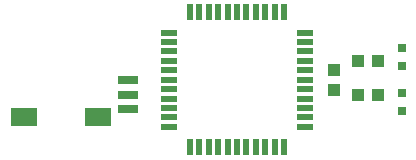
<source format=gtp>
G75*
%MOIN*%
%OFA0B0*%
%FSLAX25Y25*%
%IPPOS*%
%LPD*%
%AMOC8*
5,1,8,0,0,1.08239X$1,22.5*
%
%ADD10R,0.03937X0.04331*%
%ADD11R,0.03150X0.03150*%
%ADD12R,0.09055X0.06299*%
%ADD13R,0.06693X0.02756*%
%ADD14R,0.05800X0.02000*%
%ADD15R,0.02000X0.05800*%
D10*
X0111000Y0038904D03*
X0118904Y0037250D03*
X0125596Y0037250D03*
X0111000Y0045596D03*
X0118904Y0048500D03*
X0125596Y0048500D03*
D11*
X0133500Y0046797D03*
X0133500Y0052703D03*
X0133500Y0037703D03*
X0133500Y0031797D03*
D12*
X0032152Y0029750D03*
X0007348Y0029750D03*
D13*
X0042250Y0032526D03*
X0042250Y0037250D03*
X0042250Y0041974D03*
D14*
X0055900Y0026550D03*
X0055900Y0029650D03*
X0055900Y0032850D03*
X0055900Y0035950D03*
X0055900Y0039150D03*
X0055900Y0042250D03*
X0055900Y0045350D03*
X0055900Y0048550D03*
X0055900Y0051650D03*
X0055900Y0054850D03*
X0055900Y0057950D03*
X0101100Y0057950D03*
X0101100Y0054850D03*
X0101100Y0051650D03*
X0101100Y0048550D03*
X0101100Y0045350D03*
X0101100Y0042250D03*
X0101100Y0039150D03*
X0101100Y0035950D03*
X0101100Y0032850D03*
X0101100Y0029650D03*
X0101100Y0026550D03*
D15*
X0094200Y0019650D03*
X0091100Y0019650D03*
X0087900Y0019650D03*
X0084800Y0019650D03*
X0081600Y0019650D03*
X0078500Y0019650D03*
X0075400Y0019650D03*
X0072200Y0019650D03*
X0069100Y0019650D03*
X0065900Y0019650D03*
X0062800Y0019650D03*
X0062800Y0064850D03*
X0065900Y0064850D03*
X0069100Y0064850D03*
X0072200Y0064850D03*
X0075400Y0064850D03*
X0078500Y0064850D03*
X0081600Y0064850D03*
X0084800Y0064850D03*
X0087900Y0064850D03*
X0091100Y0064850D03*
X0094200Y0064850D03*
M02*

</source>
